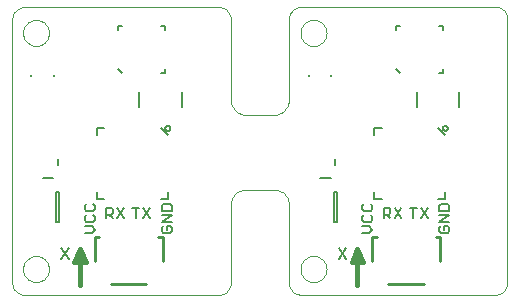
<source format=gto>
G75*
%MOIN*%
%OFA0B0*%
%FSLAX24Y24*%
%IPPOS*%
%LPD*%
%AMOC8*
5,1,8,0,0,1.08239X$1,22.5*
%
%ADD10C,0.0000*%
%ADD11C,0.0060*%
%ADD12C,0.0160*%
%ADD13C,0.0070*%
%ADD14R,0.0098X0.0098*%
%ADD15C,0.0080*%
%ADD16C,0.0050*%
%ADD17C,0.0100*%
D10*
X003587Y005150D02*
X010080Y005150D01*
X010119Y005153D01*
X010158Y005159D01*
X010196Y005169D01*
X010233Y005183D01*
X010268Y005200D01*
X010301Y005221D01*
X010332Y005245D01*
X010361Y005271D01*
X010387Y005301D01*
X010410Y005333D01*
X010430Y005367D01*
X010446Y005402D01*
X010458Y005440D01*
X010467Y005478D01*
X010473Y005517D01*
X010474Y005556D01*
X010474Y008150D01*
X010476Y008194D01*
X010482Y008237D01*
X010491Y008279D01*
X010504Y008321D01*
X010521Y008361D01*
X010541Y008400D01*
X010564Y008437D01*
X010591Y008471D01*
X010620Y008504D01*
X010653Y008533D01*
X010687Y008560D01*
X010724Y008583D01*
X010763Y008603D01*
X010803Y008620D01*
X010845Y008633D01*
X010887Y008642D01*
X010930Y008648D01*
X010974Y008650D01*
X011912Y008650D01*
X011956Y008648D01*
X011999Y008642D01*
X012041Y008633D01*
X012083Y008620D01*
X012123Y008603D01*
X012162Y008583D01*
X012199Y008560D01*
X012233Y008533D01*
X012266Y008504D01*
X012295Y008471D01*
X012322Y008437D01*
X012345Y008400D01*
X012365Y008361D01*
X012382Y008321D01*
X012395Y008279D01*
X012404Y008237D01*
X012410Y008194D01*
X012412Y008150D01*
X012412Y005556D01*
X012414Y005517D01*
X012419Y005479D01*
X012428Y005441D01*
X012441Y005404D01*
X012458Y005369D01*
X012478Y005335D01*
X012501Y005304D01*
X012527Y005275D01*
X012555Y005249D01*
X012586Y005225D01*
X012620Y005205D01*
X012655Y005188D01*
X012692Y005175D01*
X012729Y005165D01*
X012768Y005159D01*
X012807Y005157D01*
X012806Y005157D02*
X019299Y005157D01*
X019338Y005159D01*
X019376Y005165D01*
X019413Y005174D01*
X019450Y005187D01*
X019485Y005204D01*
X019518Y005223D01*
X019549Y005246D01*
X019578Y005272D01*
X019604Y005301D01*
X019627Y005332D01*
X019646Y005365D01*
X019663Y005400D01*
X019676Y005437D01*
X019685Y005474D01*
X019691Y005512D01*
X019693Y005551D01*
X019693Y014350D01*
X019691Y014389D01*
X019685Y014427D01*
X019676Y014464D01*
X019663Y014501D01*
X019646Y014536D01*
X019627Y014569D01*
X019604Y014600D01*
X019578Y014629D01*
X019549Y014655D01*
X019518Y014678D01*
X019485Y014697D01*
X019450Y014714D01*
X019413Y014727D01*
X019376Y014736D01*
X019338Y014742D01*
X019299Y014744D01*
X012806Y014744D01*
X012806Y014743D02*
X012767Y014740D01*
X012728Y014734D01*
X012690Y014724D01*
X012653Y014710D01*
X012618Y014693D01*
X012585Y014672D01*
X012554Y014648D01*
X012525Y014622D01*
X012499Y014592D01*
X012476Y014560D01*
X012456Y014526D01*
X012440Y014491D01*
X012428Y014453D01*
X012419Y014415D01*
X012413Y014376D01*
X012412Y014337D01*
X012412Y014338D02*
X012412Y011650D01*
X012410Y011606D01*
X012404Y011563D01*
X012395Y011521D01*
X012382Y011479D01*
X012365Y011439D01*
X012345Y011400D01*
X012322Y011363D01*
X012295Y011329D01*
X012266Y011296D01*
X012233Y011267D01*
X012199Y011240D01*
X012162Y011217D01*
X012123Y011197D01*
X012083Y011180D01*
X012041Y011167D01*
X011999Y011158D01*
X011956Y011152D01*
X011912Y011150D01*
X010974Y011150D01*
X010930Y011152D01*
X010887Y011158D01*
X010845Y011167D01*
X010803Y011180D01*
X010763Y011197D01*
X010724Y011217D01*
X010687Y011240D01*
X010653Y011267D01*
X010620Y011296D01*
X010591Y011329D01*
X010564Y011363D01*
X010541Y011400D01*
X010521Y011439D01*
X010504Y011479D01*
X010491Y011521D01*
X010482Y011563D01*
X010476Y011606D01*
X010474Y011650D01*
X010474Y014338D01*
X010475Y014338D02*
X010473Y014377D01*
X010468Y014415D01*
X010459Y014453D01*
X010446Y014490D01*
X010429Y014525D01*
X010409Y014559D01*
X010386Y014590D01*
X010360Y014619D01*
X010332Y014645D01*
X010301Y014669D01*
X010267Y014689D01*
X010232Y014706D01*
X010195Y014719D01*
X010158Y014729D01*
X010119Y014735D01*
X010080Y014737D01*
X003587Y014737D01*
X003548Y014735D01*
X003510Y014729D01*
X003473Y014720D01*
X003436Y014707D01*
X003401Y014690D01*
X003368Y014671D01*
X003337Y014648D01*
X003308Y014622D01*
X003282Y014593D01*
X003259Y014562D01*
X003240Y014529D01*
X003223Y014494D01*
X003210Y014457D01*
X003201Y014420D01*
X003195Y014382D01*
X003193Y014343D01*
X003193Y005544D01*
X003195Y005505D01*
X003201Y005467D01*
X003210Y005430D01*
X003223Y005393D01*
X003240Y005358D01*
X003259Y005325D01*
X003282Y005294D01*
X003308Y005265D01*
X003337Y005239D01*
X003368Y005216D01*
X003401Y005197D01*
X003436Y005180D01*
X003473Y005167D01*
X003510Y005158D01*
X003548Y005152D01*
X003587Y005150D01*
X003548Y006006D02*
X003550Y006047D01*
X003556Y006088D01*
X003566Y006128D01*
X003579Y006167D01*
X003596Y006204D01*
X003617Y006240D01*
X003641Y006274D01*
X003668Y006305D01*
X003697Y006333D01*
X003730Y006359D01*
X003764Y006381D01*
X003801Y006400D01*
X003839Y006415D01*
X003879Y006427D01*
X003919Y006435D01*
X003960Y006439D01*
X004002Y006439D01*
X004043Y006435D01*
X004083Y006427D01*
X004123Y006415D01*
X004161Y006400D01*
X004197Y006381D01*
X004232Y006359D01*
X004265Y006333D01*
X004294Y006305D01*
X004321Y006274D01*
X004345Y006240D01*
X004366Y006204D01*
X004383Y006167D01*
X004396Y006128D01*
X004406Y006088D01*
X004412Y006047D01*
X004414Y006006D01*
X004412Y005965D01*
X004406Y005924D01*
X004396Y005884D01*
X004383Y005845D01*
X004366Y005808D01*
X004345Y005772D01*
X004321Y005738D01*
X004294Y005707D01*
X004265Y005679D01*
X004232Y005653D01*
X004198Y005631D01*
X004161Y005612D01*
X004123Y005597D01*
X004083Y005585D01*
X004043Y005577D01*
X004002Y005573D01*
X003960Y005573D01*
X003919Y005577D01*
X003879Y005585D01*
X003839Y005597D01*
X003801Y005612D01*
X003765Y005631D01*
X003730Y005653D01*
X003697Y005679D01*
X003668Y005707D01*
X003641Y005738D01*
X003617Y005772D01*
X003596Y005808D01*
X003579Y005845D01*
X003566Y005884D01*
X003556Y005924D01*
X003550Y005965D01*
X003548Y006006D01*
X003548Y013880D02*
X003550Y013921D01*
X003556Y013962D01*
X003566Y014002D01*
X003579Y014041D01*
X003596Y014078D01*
X003617Y014114D01*
X003641Y014148D01*
X003668Y014179D01*
X003697Y014207D01*
X003730Y014233D01*
X003764Y014255D01*
X003801Y014274D01*
X003839Y014289D01*
X003879Y014301D01*
X003919Y014309D01*
X003960Y014313D01*
X004002Y014313D01*
X004043Y014309D01*
X004083Y014301D01*
X004123Y014289D01*
X004161Y014274D01*
X004197Y014255D01*
X004232Y014233D01*
X004265Y014207D01*
X004294Y014179D01*
X004321Y014148D01*
X004345Y014114D01*
X004366Y014078D01*
X004383Y014041D01*
X004396Y014002D01*
X004406Y013962D01*
X004412Y013921D01*
X004414Y013880D01*
X004412Y013839D01*
X004406Y013798D01*
X004396Y013758D01*
X004383Y013719D01*
X004366Y013682D01*
X004345Y013646D01*
X004321Y013612D01*
X004294Y013581D01*
X004265Y013553D01*
X004232Y013527D01*
X004198Y013505D01*
X004161Y013486D01*
X004123Y013471D01*
X004083Y013459D01*
X004043Y013451D01*
X004002Y013447D01*
X003960Y013447D01*
X003919Y013451D01*
X003879Y013459D01*
X003839Y013471D01*
X003801Y013486D01*
X003765Y013505D01*
X003730Y013527D01*
X003697Y013553D01*
X003668Y013581D01*
X003641Y013612D01*
X003617Y013646D01*
X003596Y013682D01*
X003579Y013719D01*
X003566Y013758D01*
X003556Y013798D01*
X003550Y013839D01*
X003548Y013880D01*
X012798Y013880D02*
X012800Y013921D01*
X012806Y013962D01*
X012816Y014002D01*
X012829Y014041D01*
X012846Y014078D01*
X012867Y014114D01*
X012891Y014148D01*
X012918Y014179D01*
X012947Y014207D01*
X012980Y014233D01*
X013014Y014255D01*
X013051Y014274D01*
X013089Y014289D01*
X013129Y014301D01*
X013169Y014309D01*
X013210Y014313D01*
X013252Y014313D01*
X013293Y014309D01*
X013333Y014301D01*
X013373Y014289D01*
X013411Y014274D01*
X013447Y014255D01*
X013482Y014233D01*
X013515Y014207D01*
X013544Y014179D01*
X013571Y014148D01*
X013595Y014114D01*
X013616Y014078D01*
X013633Y014041D01*
X013646Y014002D01*
X013656Y013962D01*
X013662Y013921D01*
X013664Y013880D01*
X013662Y013839D01*
X013656Y013798D01*
X013646Y013758D01*
X013633Y013719D01*
X013616Y013682D01*
X013595Y013646D01*
X013571Y013612D01*
X013544Y013581D01*
X013515Y013553D01*
X013482Y013527D01*
X013448Y013505D01*
X013411Y013486D01*
X013373Y013471D01*
X013333Y013459D01*
X013293Y013451D01*
X013252Y013447D01*
X013210Y013447D01*
X013169Y013451D01*
X013129Y013459D01*
X013089Y013471D01*
X013051Y013486D01*
X013015Y013505D01*
X012980Y013527D01*
X012947Y013553D01*
X012918Y013581D01*
X012891Y013612D01*
X012867Y013646D01*
X012846Y013682D01*
X012829Y013719D01*
X012816Y013758D01*
X012806Y013798D01*
X012800Y013839D01*
X012798Y013880D01*
X012798Y006006D02*
X012800Y006047D01*
X012806Y006088D01*
X012816Y006128D01*
X012829Y006167D01*
X012846Y006204D01*
X012867Y006240D01*
X012891Y006274D01*
X012918Y006305D01*
X012947Y006333D01*
X012980Y006359D01*
X013014Y006381D01*
X013051Y006400D01*
X013089Y006415D01*
X013129Y006427D01*
X013169Y006435D01*
X013210Y006439D01*
X013252Y006439D01*
X013293Y006435D01*
X013333Y006427D01*
X013373Y006415D01*
X013411Y006400D01*
X013447Y006381D01*
X013482Y006359D01*
X013515Y006333D01*
X013544Y006305D01*
X013571Y006274D01*
X013595Y006240D01*
X013616Y006204D01*
X013633Y006167D01*
X013646Y006128D01*
X013656Y006088D01*
X013662Y006047D01*
X013664Y006006D01*
X013662Y005965D01*
X013656Y005924D01*
X013646Y005884D01*
X013633Y005845D01*
X013616Y005808D01*
X013595Y005772D01*
X013571Y005738D01*
X013544Y005707D01*
X013515Y005679D01*
X013482Y005653D01*
X013448Y005631D01*
X013411Y005612D01*
X013373Y005597D01*
X013333Y005585D01*
X013293Y005577D01*
X013252Y005573D01*
X013210Y005573D01*
X013169Y005577D01*
X013129Y005585D01*
X013089Y005597D01*
X013051Y005612D01*
X013015Y005631D01*
X012980Y005653D01*
X012947Y005679D01*
X012918Y005707D01*
X012891Y005738D01*
X012867Y005772D01*
X012846Y005808D01*
X012829Y005845D01*
X012816Y005884D01*
X012806Y005924D01*
X012800Y005965D01*
X012798Y006006D01*
D11*
X013912Y007588D02*
X013912Y008588D01*
X014006Y008588D01*
X014006Y007588D01*
X013912Y007588D01*
X014854Y007636D02*
X014911Y007580D01*
X015138Y007580D01*
X015194Y007636D01*
X015194Y007750D01*
X015138Y007806D01*
X015138Y007948D02*
X015194Y008005D01*
X015194Y008118D01*
X015138Y008175D01*
X015138Y007948D02*
X014911Y007948D01*
X014854Y008005D01*
X014854Y008118D01*
X014911Y008175D01*
X014911Y007806D02*
X014854Y007750D01*
X014854Y007636D01*
X014854Y007438D02*
X015081Y007438D01*
X015194Y007325D01*
X015081Y007211D01*
X014854Y007211D01*
X015567Y007711D02*
X015567Y008052D01*
X015737Y008052D01*
X015794Y007995D01*
X015794Y007881D01*
X015737Y007825D01*
X015567Y007825D01*
X015680Y007825D02*
X015794Y007711D01*
X015935Y007711D02*
X016162Y008052D01*
X015935Y008052D02*
X016162Y007711D01*
X016555Y007711D02*
X016555Y008052D01*
X016442Y008052D02*
X016669Y008052D01*
X016810Y008052D02*
X017037Y007711D01*
X016810Y007711D02*
X017037Y008052D01*
X017417Y008118D02*
X017417Y007948D01*
X017757Y007948D01*
X017757Y008118D01*
X017700Y008175D01*
X017473Y008175D01*
X017417Y008118D01*
X017417Y007806D02*
X017757Y007806D01*
X017417Y007580D01*
X017757Y007580D01*
X017700Y007438D02*
X017587Y007438D01*
X017587Y007325D01*
X017700Y007438D02*
X017757Y007381D01*
X017757Y007268D01*
X017700Y007211D01*
X017473Y007211D01*
X017417Y007268D01*
X017417Y007381D01*
X017473Y007438D01*
X008507Y007381D02*
X008450Y007438D01*
X008337Y007438D01*
X008337Y007325D01*
X008223Y007438D02*
X008167Y007381D01*
X008167Y007268D01*
X008223Y007211D01*
X008450Y007211D01*
X008507Y007268D01*
X008507Y007381D01*
X008507Y007580D02*
X008167Y007580D01*
X008507Y007806D01*
X008167Y007806D01*
X008167Y007948D02*
X008167Y008118D01*
X008223Y008175D01*
X008450Y008175D01*
X008507Y008118D01*
X008507Y007948D01*
X008167Y007948D01*
X007787Y008052D02*
X007560Y007711D01*
X007787Y007711D02*
X007560Y008052D01*
X007419Y008052D02*
X007192Y008052D01*
X007305Y008052D02*
X007305Y007711D01*
X006912Y007711D02*
X006685Y008052D01*
X006544Y007995D02*
X006544Y007881D01*
X006487Y007825D01*
X006317Y007825D01*
X006430Y007825D02*
X006544Y007711D01*
X006685Y007711D02*
X006912Y008052D01*
X006544Y007995D02*
X006487Y008052D01*
X006317Y008052D01*
X006317Y007711D01*
X005944Y007750D02*
X005888Y007806D01*
X005944Y007750D02*
X005944Y007636D01*
X005888Y007580D01*
X005661Y007580D01*
X005604Y007636D01*
X005604Y007750D01*
X005661Y007806D01*
X005661Y007948D02*
X005888Y007948D01*
X005944Y008005D01*
X005944Y008118D01*
X005888Y008175D01*
X005661Y008175D02*
X005604Y008118D01*
X005604Y008005D01*
X005661Y007948D01*
X005604Y007438D02*
X005831Y007438D01*
X005944Y007325D01*
X005831Y007211D01*
X005604Y007211D01*
X004756Y007588D02*
X004756Y008588D01*
X004662Y008588D01*
X004662Y007588D01*
X004756Y007588D01*
D12*
X005443Y006681D02*
X005631Y006244D01*
X005256Y006244D01*
X005443Y006681D01*
X005443Y005463D01*
X014506Y006244D02*
X014881Y006244D01*
X014693Y006681D01*
X014506Y006244D01*
X014693Y006681D02*
X014693Y005463D01*
D13*
X014317Y006329D02*
X014064Y006709D01*
X014317Y006709D02*
X014064Y006329D01*
X005067Y006329D02*
X004814Y006709D01*
X005067Y006709D02*
X004814Y006329D01*
D14*
X004568Y012449D03*
X003818Y012449D03*
X013068Y012449D03*
X013818Y012449D03*
D15*
X015262Y010706D02*
X015498Y010706D01*
X015262Y010706D02*
X015262Y010470D01*
X013950Y009693D02*
X013950Y009482D01*
X013800Y009028D02*
X013462Y009028D01*
X015262Y008580D02*
X015262Y008344D01*
X015498Y008344D01*
X017388Y008344D02*
X017624Y008344D01*
X017624Y008580D01*
X017624Y010470D02*
X017388Y010706D01*
X018089Y011394D02*
X018089Y011906D01*
X017543Y012550D02*
X017405Y012550D01*
X017543Y012550D02*
X017543Y012688D01*
X016672Y011906D02*
X016672Y011394D01*
X016106Y012550D02*
X015968Y012688D01*
X015968Y013987D02*
X015968Y014125D01*
X016106Y014125D01*
X017405Y014125D02*
X017543Y014125D01*
X017543Y013987D01*
X008839Y011906D02*
X008839Y011394D01*
X008138Y010706D02*
X008374Y010470D01*
X007422Y011394D02*
X007422Y011906D01*
X006856Y012550D02*
X006718Y012688D01*
X006718Y013987D02*
X006718Y014125D01*
X006856Y014125D01*
X008155Y014125D02*
X008293Y014125D01*
X008293Y013987D01*
X008293Y012688D02*
X008293Y012550D01*
X008155Y012550D01*
X006248Y010706D02*
X006012Y010706D01*
X006012Y010470D01*
X004700Y009693D02*
X004700Y009482D01*
X004550Y009028D02*
X004212Y009028D01*
X006012Y008580D02*
X006012Y008344D01*
X006248Y008344D01*
X008138Y008344D02*
X008374Y008344D01*
X008374Y008580D01*
D16*
X008287Y010706D02*
X008289Y010724D01*
X008295Y010741D01*
X008304Y010757D01*
X008316Y010771D01*
X008330Y010781D01*
X008347Y010789D01*
X008365Y010793D01*
X008383Y010793D01*
X008401Y010789D01*
X008417Y010781D01*
X008432Y010771D01*
X008444Y010757D01*
X008453Y010741D01*
X008459Y010724D01*
X008461Y010706D01*
X008459Y010688D01*
X008453Y010671D01*
X008444Y010655D01*
X008432Y010641D01*
X008418Y010631D01*
X008401Y010623D01*
X008383Y010619D01*
X008365Y010619D01*
X008347Y010623D01*
X008331Y010631D01*
X008316Y010641D01*
X008304Y010655D01*
X008295Y010671D01*
X008289Y010688D01*
X008287Y010706D01*
X017537Y010706D02*
X017539Y010724D01*
X017545Y010741D01*
X017554Y010757D01*
X017566Y010771D01*
X017580Y010781D01*
X017597Y010789D01*
X017615Y010793D01*
X017633Y010793D01*
X017651Y010789D01*
X017667Y010781D01*
X017682Y010771D01*
X017694Y010757D01*
X017703Y010741D01*
X017709Y010724D01*
X017711Y010706D01*
X017709Y010688D01*
X017703Y010671D01*
X017694Y010655D01*
X017682Y010641D01*
X017668Y010631D01*
X017651Y010623D01*
X017633Y010619D01*
X017615Y010619D01*
X017597Y010623D01*
X017581Y010631D01*
X017566Y010641D01*
X017554Y010655D01*
X017545Y010671D01*
X017539Y010688D01*
X017537Y010706D01*
D17*
X017449Y007081D02*
X017302Y007081D01*
X017449Y007081D02*
X017449Y006284D01*
X016909Y005508D02*
X015728Y005508D01*
X015187Y006284D02*
X015187Y007081D01*
X015334Y007081D01*
X008199Y007081D02*
X008199Y006284D01*
X008199Y007081D02*
X008052Y007081D01*
X007659Y005508D02*
X006478Y005508D01*
X005937Y006284D02*
X005937Y007081D01*
X006084Y007081D01*
M02*

</source>
